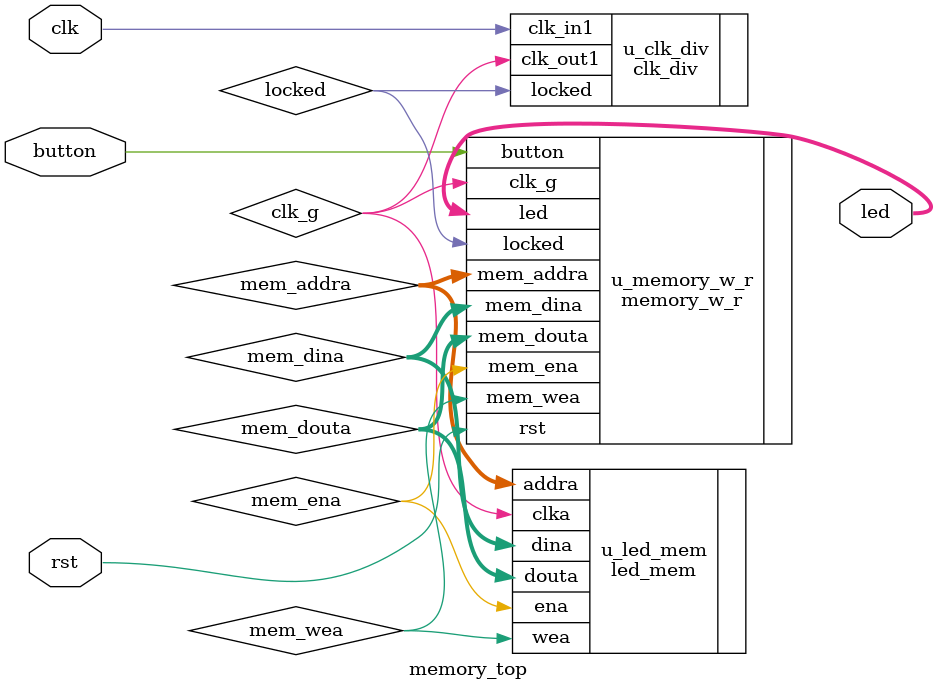
<source format=v>
module memory_top (
  input  wire        clk   ,
	input  wire        rst   ,
	input  wire        button,
	output wire [15:0] led   
);

	wire locked;
	wire clk_g;

	wire [15:0] mem_dina;
	wire [3:0] mem_addra;
	wire [15:0] mem_douta;
	wire mem_wea;
	wire mem_ena;

	clk_div u_clk_div (
		.clk_in1(clk),
		.clk_out1(clk_g),
		.locked(locked)
	);

	memory_w_r u_memory_w_r (
		.clk_g(clk_g),
		.rst(rst),
		.button(button),
		.led(led),
		.locked(locked),
		.mem_ena(mem_ena),
		.mem_wea(mem_wea),
		.mem_addra(mem_addra),
		.mem_dina(mem_dina),
		.mem_douta(mem_douta)
	);

	led_mem u_led_mem (
		.clka(clk_g),
		.ena(mem_ena),
		.wea(mem_wea),
		.addra(mem_addra),
		.dina(mem_dina),
		.douta(mem_douta)
	);

endmodule
</source>
